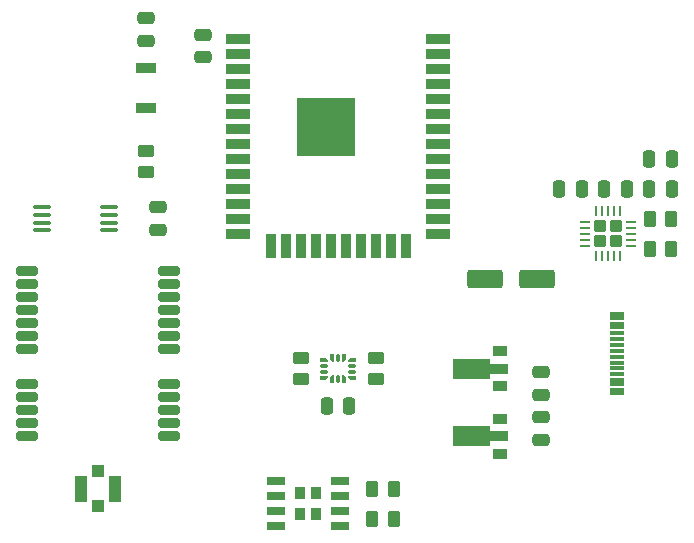
<source format=gbr>
%TF.GenerationSoftware,KiCad,Pcbnew,6.0.4*%
%TF.CreationDate,2022-04-24T20:11:58+02:00*%
%TF.ProjectId,main_pcb,6d61696e-5f70-4636-922e-6b696361645f,rev?*%
%TF.SameCoordinates,Original*%
%TF.FileFunction,Paste,Top*%
%TF.FilePolarity,Positive*%
%FSLAX46Y46*%
G04 Gerber Fmt 4.6, Leading zero omitted, Abs format (unit mm)*
G04 Created by KiCad (PCBNEW 6.0.4) date 2022-04-24 20:11:58*
%MOMM*%
%LPD*%
G01*
G04 APERTURE LIST*
G04 Aperture macros list*
%AMRoundRect*
0 Rectangle with rounded corners*
0 $1 Rounding radius*
0 $2 $3 $4 $5 $6 $7 $8 $9 X,Y pos of 4 corners*
0 Add a 4 corners polygon primitive as box body*
4,1,4,$2,$3,$4,$5,$6,$7,$8,$9,$2,$3,0*
0 Add four circle primitives for the rounded corners*
1,1,$1+$1,$2,$3*
1,1,$1+$1,$4,$5*
1,1,$1+$1,$6,$7*
1,1,$1+$1,$8,$9*
0 Add four rect primitives between the rounded corners*
20,1,$1+$1,$2,$3,$4,$5,0*
20,1,$1+$1,$4,$5,$6,$7,0*
20,1,$1+$1,$6,$7,$8,$9,0*
20,1,$1+$1,$8,$9,$2,$3,0*%
%AMFreePoly0*
4,1,9,3.862500,-0.866500,0.737500,-0.866500,0.737500,-0.450000,-0.737500,-0.450000,-0.737500,0.450000,0.737500,0.450000,0.737500,0.866500,3.862500,0.866500,3.862500,-0.866500,3.862500,-0.866500,$1*%
%AMFreePoly1*
4,1,48,0.036020,0.199191,0.037970,0.199714,0.040958,0.198321,0.057086,0.195477,0.069630,0.184951,0.084467,0.178033,0.290533,-0.028033,0.293203,-0.031847,0.294953,-0.032857,0.296081,-0.035957,0.305473,-0.049370,0.306900,-0.065680,0.312500,-0.081066,0.312500,-0.125000,0.310782,-0.134742,0.311361,-0.138024,0.309695,-0.140910,0.307977,-0.150652,0.295451,-0.165579,0.285709,-0.182453,
0.279350,-0.184767,0.275000,-0.189952,0.255809,-0.193336,0.237500,-0.200000,-0.237500,-0.200000,-0.247242,-0.198282,-0.250524,-0.198861,-0.253410,-0.197195,-0.263152,-0.195477,-0.278079,-0.182951,-0.294953,-0.173209,-0.297267,-0.166850,-0.302452,-0.162500,-0.305836,-0.143309,-0.312500,-0.125000,-0.312500,0.125000,-0.310782,0.134742,-0.311361,0.138024,-0.309695,0.140910,-0.307977,0.150652,
-0.295451,0.165579,-0.285709,0.182453,-0.279350,0.184767,-0.275000,0.189952,-0.255809,0.193336,-0.237500,0.200000,0.031434,0.200000,0.036020,0.199191,0.036020,0.199191,$1*%
%AMFreePoly2*
4,1,48,0.247242,0.198282,0.250524,0.198861,0.253410,0.197195,0.263152,0.195477,0.278079,0.182951,0.294953,0.173209,0.297267,0.166850,0.302452,0.162500,0.305836,0.143309,0.312500,0.125000,0.312500,0.081066,0.311691,0.076480,0.312214,0.074529,0.310820,0.071540,0.307977,0.055414,0.297452,0.042871,0.290533,0.028033,0.084467,-0.178033,0.080653,-0.180703,0.079643,-0.182453,
0.076543,-0.183581,0.063130,-0.192973,0.046819,-0.194400,0.031434,-0.200000,-0.237500,-0.200000,-0.247242,-0.198282,-0.250524,-0.198861,-0.253410,-0.197195,-0.263152,-0.195477,-0.278079,-0.182951,-0.294953,-0.173209,-0.297267,-0.166850,-0.302452,-0.162500,-0.305836,-0.143309,-0.312500,-0.125000,-0.312500,0.125000,-0.310782,0.134742,-0.311361,0.138024,-0.309695,0.140910,-0.307977,0.150652,
-0.295451,0.165579,-0.285709,0.182453,-0.279350,0.184767,-0.275000,0.189952,-0.255809,0.193336,-0.237500,0.200000,0.237500,0.200000,0.247242,0.198282,0.247242,0.198282,$1*%
%AMFreePoly3*
4,1,48,0.134742,0.310782,0.138024,0.311361,0.140910,0.309695,0.150652,0.307977,0.165579,0.295451,0.182453,0.285709,0.184767,0.279350,0.189952,0.275000,0.193336,0.255809,0.200000,0.237500,0.200000,-0.237500,0.198282,-0.247242,0.198861,-0.250524,0.197195,-0.253410,0.195477,-0.263152,0.182951,-0.278079,0.173209,-0.294953,0.166850,-0.297267,0.162500,-0.302452,0.143309,-0.305836,
0.125000,-0.312500,-0.125000,-0.312500,-0.134742,-0.310782,-0.138024,-0.311361,-0.140910,-0.309695,-0.150652,-0.307977,-0.165579,-0.295451,-0.182453,-0.285709,-0.184767,-0.279350,-0.189952,-0.275000,-0.193336,-0.255809,-0.200000,-0.237500,-0.200000,0.031434,-0.199191,0.036020,-0.199714,0.037970,-0.198321,0.040958,-0.195477,0.057086,-0.184951,0.069630,-0.178033,0.084467,0.028033,0.290533,
0.031847,0.293203,0.032857,0.294953,0.035957,0.296081,0.049370,0.305473,0.065680,0.306900,0.081066,0.312500,0.125000,0.312500,0.134742,0.310782,0.134742,0.310782,$1*%
%AMFreePoly4*
4,1,48,-0.076480,0.311691,-0.074530,0.312214,-0.071542,0.310821,-0.055414,0.307977,-0.042870,0.297451,-0.028033,0.290533,0.178033,0.084467,0.180703,0.080653,0.182453,0.079643,0.183581,0.076543,0.192973,0.063130,0.194400,0.046820,0.200000,0.031434,0.200000,-0.237500,0.198282,-0.247242,0.198861,-0.250524,0.197195,-0.253410,0.195477,-0.263152,0.182951,-0.278079,0.173209,-0.294953,
0.166850,-0.297267,0.162500,-0.302452,0.143309,-0.305836,0.125000,-0.312500,-0.125000,-0.312500,-0.134742,-0.310782,-0.138024,-0.311361,-0.140910,-0.309695,-0.150652,-0.307977,-0.165579,-0.295451,-0.182453,-0.285709,-0.184767,-0.279350,-0.189952,-0.275000,-0.193336,-0.255809,-0.200000,-0.237500,-0.200000,0.237500,-0.198282,0.247242,-0.198861,0.250524,-0.197195,0.253410,-0.195477,0.263152,
-0.182951,0.278079,-0.173209,0.294953,-0.166850,0.297267,-0.162500,0.302452,-0.143309,0.305836,-0.125000,0.312500,-0.081066,0.312500,-0.076480,0.311691,-0.076480,0.311691,$1*%
%AMFreePoly5*
4,1,48,0.247242,0.198282,0.250524,0.198861,0.253410,0.197195,0.263152,0.195477,0.278079,0.182951,0.294953,0.173209,0.297267,0.166850,0.302452,0.162500,0.305836,0.143309,0.312500,0.125000,0.312500,-0.125000,0.310782,-0.134742,0.311361,-0.138024,0.309695,-0.140910,0.307977,-0.150652,0.295451,-0.165579,0.285709,-0.182453,0.279350,-0.184767,0.275000,-0.189952,0.255809,-0.193336,
0.237500,-0.200000,-0.031434,-0.200000,-0.036020,-0.199191,-0.037971,-0.199714,-0.040960,-0.198320,-0.057086,-0.195477,-0.069629,-0.184952,-0.084467,-0.178033,-0.290533,0.028033,-0.293203,0.031847,-0.294953,0.032857,-0.296081,0.035957,-0.305473,0.049370,-0.306900,0.065681,-0.312500,0.081066,-0.312500,0.125000,-0.310782,0.134742,-0.311361,0.138024,-0.309695,0.140910,-0.307977,0.150652,
-0.295451,0.165579,-0.285709,0.182453,-0.279350,0.184767,-0.275000,0.189952,-0.255809,0.193336,-0.237500,0.200000,0.237500,0.200000,0.247242,0.198282,0.247242,0.198282,$1*%
%AMFreePoly6*
4,1,48,0.247242,0.198282,0.250524,0.198861,0.253410,0.197195,0.263152,0.195477,0.278079,0.182951,0.294953,0.173209,0.297267,0.166850,0.302452,0.162500,0.305836,0.143309,0.312500,0.125000,0.312500,-0.125000,0.310782,-0.134742,0.311361,-0.138024,0.309695,-0.140910,0.307977,-0.150652,0.295451,-0.165579,0.285709,-0.182453,0.279350,-0.184767,0.275000,-0.189952,0.255809,-0.193336,
0.237500,-0.200000,-0.237500,-0.200000,-0.247242,-0.198282,-0.250524,-0.198861,-0.253410,-0.197195,-0.263152,-0.195477,-0.278079,-0.182951,-0.294953,-0.173209,-0.297267,-0.166850,-0.302452,-0.162500,-0.305836,-0.143309,-0.312500,-0.125000,-0.312500,-0.081066,-0.311691,-0.076480,-0.312214,-0.074530,-0.310821,-0.071542,-0.307977,-0.055414,-0.297451,-0.042870,-0.290533,-0.028033,-0.084467,0.178033,
-0.080653,0.180703,-0.079643,0.182453,-0.076543,0.183581,-0.063130,0.192973,-0.046820,0.194400,-0.031434,0.200000,0.237500,0.200000,0.247242,0.198282,0.247242,0.198282,$1*%
%AMFreePoly7*
4,1,48,0.134742,0.310782,0.138024,0.311361,0.140910,0.309695,0.150652,0.307977,0.165579,0.295451,0.182453,0.285709,0.184767,0.279350,0.189952,0.275000,0.193336,0.255809,0.200000,0.237500,0.200000,-0.031434,0.199191,-0.036020,0.199714,-0.037971,0.198320,-0.040960,0.195477,-0.057086,0.184952,-0.069629,0.178033,-0.084467,-0.028033,-0.290533,-0.031847,-0.293203,-0.032857,-0.294953,
-0.035957,-0.296081,-0.049370,-0.305473,-0.065681,-0.306900,-0.081066,-0.312500,-0.125000,-0.312500,-0.134742,-0.310782,-0.138024,-0.311361,-0.140910,-0.309695,-0.150652,-0.307977,-0.165579,-0.295451,-0.182453,-0.285709,-0.184767,-0.279350,-0.189952,-0.275000,-0.193336,-0.255809,-0.200000,-0.237500,-0.200000,0.237500,-0.198282,0.247242,-0.198861,0.250524,-0.197195,0.253410,-0.195477,0.263152,
-0.182951,0.278079,-0.173209,0.294953,-0.166850,0.297267,-0.162500,0.302452,-0.143309,0.305836,-0.125000,0.312500,0.125000,0.312500,0.134742,0.310782,0.134742,0.310782,$1*%
%AMFreePoly8*
4,1,48,0.134742,0.310782,0.138024,0.311361,0.140910,0.309695,0.150652,0.307977,0.165579,0.295451,0.182453,0.285709,0.184767,0.279350,0.189952,0.275000,0.193336,0.255809,0.200000,0.237500,0.200000,-0.237500,0.198282,-0.247242,0.198861,-0.250524,0.197195,-0.253410,0.195477,-0.263152,0.182951,-0.278079,0.173209,-0.294953,0.166850,-0.297267,0.162500,-0.302452,0.143309,-0.305836,
0.125000,-0.312500,0.081066,-0.312500,0.076480,-0.311691,0.074529,-0.312214,0.071540,-0.310820,0.055414,-0.307977,0.042871,-0.297452,0.028033,-0.290533,-0.178033,-0.084467,-0.180703,-0.080653,-0.182453,-0.079643,-0.183581,-0.076543,-0.192973,-0.063130,-0.194400,-0.046819,-0.200000,-0.031434,-0.200000,0.237500,-0.198282,0.247242,-0.198861,0.250524,-0.197195,0.253410,-0.195477,0.263152,
-0.182951,0.278079,-0.173209,0.294953,-0.166850,0.297267,-0.162500,0.302452,-0.143309,0.305836,-0.125000,0.312500,0.125000,0.312500,0.134742,0.310782,0.134742,0.310782,$1*%
G04 Aperture macros list end*
%ADD10RoundRect,0.250000X0.250000X0.475000X-0.250000X0.475000X-0.250000X-0.475000X0.250000X-0.475000X0*%
%ADD11RoundRect,0.250000X-0.250000X-0.475000X0.250000X-0.475000X0.250000X0.475000X-0.250000X0.475000X0*%
%ADD12R,1.500000X0.650000*%
%ADD13R,0.810000X1.080000*%
%ADD14RoundRect,0.250000X-0.262500X-0.450000X0.262500X-0.450000X0.262500X0.450000X-0.262500X0.450000X0*%
%ADD15RoundRect,0.250000X0.262500X0.450000X-0.262500X0.450000X-0.262500X-0.450000X0.262500X-0.450000X0*%
%ADD16RoundRect,0.250000X0.475000X-0.250000X0.475000X0.250000X-0.475000X0.250000X-0.475000X-0.250000X0*%
%ADD17RoundRect,0.250000X-0.450000X0.262500X-0.450000X-0.262500X0.450000X-0.262500X0.450000X0.262500X0*%
%ADD18R,1.300000X0.900000*%
%ADD19FreePoly0,180.000000*%
%ADD20R,2.000000X0.900000*%
%ADD21R,0.900000X2.000000*%
%ADD22R,5.000000X5.000000*%
%ADD23R,1.700000X0.900000*%
%ADD24RoundRect,0.250000X-0.475000X0.250000X-0.475000X-0.250000X0.475000X-0.250000X0.475000X0.250000X0*%
%ADD25RoundRect,0.250000X-1.250000X-0.550000X1.250000X-0.550000X1.250000X0.550000X-1.250000X0.550000X0*%
%ADD26FreePoly1,0.000000*%
%ADD27RoundRect,0.100000X-0.212500X-0.100000X0.212500X-0.100000X0.212500X0.100000X-0.212500X0.100000X0*%
%ADD28FreePoly2,0.000000*%
%ADD29FreePoly3,0.000000*%
%ADD30RoundRect,0.100000X-0.100000X-0.212500X0.100000X-0.212500X0.100000X0.212500X-0.100000X0.212500X0*%
%ADD31FreePoly4,0.000000*%
%ADD32FreePoly5,0.000000*%
%ADD33FreePoly6,0.000000*%
%ADD34FreePoly7,0.000000*%
%ADD35FreePoly8,0.000000*%
%ADD36RoundRect,0.200000X-0.700000X-0.200000X0.700000X-0.200000X0.700000X0.200000X-0.700000X0.200000X0*%
%ADD37RoundRect,0.100000X-0.637500X-0.100000X0.637500X-0.100000X0.637500X0.100000X-0.637500X0.100000X0*%
%ADD38RoundRect,0.250000X0.275000X-0.275000X0.275000X0.275000X-0.275000X0.275000X-0.275000X-0.275000X0*%
%ADD39RoundRect,0.062500X0.062500X-0.362500X0.062500X0.362500X-0.062500X0.362500X-0.062500X-0.362500X0*%
%ADD40RoundRect,0.062500X0.362500X-0.062500X0.362500X0.062500X-0.362500X0.062500X-0.362500X-0.062500X0*%
%ADD41R,1.150000X0.300000*%
%ADD42R,1.000000X1.000000*%
%ADD43R,1.050000X2.200000*%
G04 APERTURE END LIST*
D10*
%TO.C,C9*%
X171135000Y-86360000D03*
X173035000Y-86360000D03*
%TD*%
D11*
%TO.C,C8*%
X174940000Y-86360000D03*
X176840000Y-86360000D03*
%TD*%
%TO.C,C4*%
X180655000Y-83820000D03*
X178755000Y-83820000D03*
%TD*%
%TO.C,C3*%
X178755000Y-86360000D03*
X180655000Y-86360000D03*
%TD*%
D12*
%TO.C,U2*%
X152560000Y-114935000D03*
X152560000Y-113665000D03*
X152560000Y-112395000D03*
X152560000Y-111125000D03*
X147160000Y-111125000D03*
X147160000Y-112395000D03*
X147160000Y-113665000D03*
X147160000Y-114935000D03*
D13*
X149185000Y-113930000D03*
X149185000Y-112130000D03*
X150535000Y-113930000D03*
X150535000Y-112130000D03*
%TD*%
D14*
%TO.C,R7*%
X157122500Y-114300000D03*
X155297500Y-114300000D03*
%TD*%
D15*
%TO.C,R6*%
X157122500Y-111760000D03*
X155297500Y-111760000D03*
%TD*%
D16*
%TO.C,C11*%
X169545000Y-103820000D03*
X169545000Y-101920000D03*
%TD*%
D17*
%TO.C,R3*%
X136144000Y-83161500D03*
X136144000Y-84986500D03*
%TD*%
D18*
%TO.C,U1*%
X166115000Y-103100000D03*
D19*
X166027500Y-101600000D03*
D18*
X166115000Y-100100000D03*
%TD*%
D20*
%TO.C,ESP32-WROOM-32U1*%
X143900000Y-73660000D03*
X143900000Y-74930000D03*
X143900000Y-76200000D03*
X143900000Y-77470000D03*
X143900000Y-78740000D03*
X143900000Y-80010000D03*
X143900000Y-81280000D03*
X143900000Y-82550000D03*
X143900000Y-83820000D03*
X143900000Y-85090000D03*
X143900000Y-86360000D03*
X143900000Y-87630000D03*
X143900000Y-88900000D03*
X143900000Y-90170000D03*
D21*
X146685000Y-91170000D03*
X147955000Y-91170000D03*
X149225000Y-91170000D03*
X150495000Y-91170000D03*
X151765000Y-91170000D03*
X153035000Y-91170000D03*
X154305000Y-91170000D03*
X155575000Y-91170000D03*
X156845000Y-91170000D03*
X158115000Y-91170000D03*
D20*
X160900000Y-90170000D03*
X160900000Y-88900000D03*
X160900000Y-87630000D03*
X160900000Y-86360000D03*
X160900000Y-85090000D03*
X160900000Y-83820000D03*
X160900000Y-82550000D03*
X160900000Y-81280000D03*
X160900000Y-80010000D03*
X160900000Y-78740000D03*
X160900000Y-77470000D03*
X160900000Y-76200000D03*
X160900000Y-74930000D03*
X160900000Y-73660000D03*
D22*
X151400000Y-81160000D03*
%TD*%
D16*
%TO.C,C5*%
X140970000Y-75245000D03*
X140970000Y-73345000D03*
%TD*%
D23*
%TO.C,SW1*%
X136147000Y-79540000D03*
X136147000Y-76140000D03*
%TD*%
D14*
%TO.C,R2*%
X178792500Y-91440000D03*
X180617500Y-91440000D03*
%TD*%
D24*
%TO.C,C7*%
X137160000Y-87950000D03*
X137160000Y-89850000D03*
%TD*%
D17*
%TO.C,R5*%
X155575000Y-100682500D03*
X155575000Y-102507500D03*
%TD*%
D25*
%TO.C,C2*%
X164805000Y-93980000D03*
X169205000Y-93980000D03*
%TD*%
D26*
%TO.C,U9*%
X151237500Y-100850000D03*
D27*
X151237500Y-101350000D03*
X151237500Y-101850000D03*
D28*
X151237500Y-102350000D03*
D29*
X151900000Y-102512500D03*
D30*
X152400000Y-102512500D03*
D31*
X152900000Y-102512500D03*
D32*
X153562500Y-102350000D03*
D27*
X153562500Y-101850000D03*
X153562500Y-101350000D03*
D33*
X153562500Y-100850000D03*
D34*
X152900000Y-100687500D03*
D30*
X152400000Y-100687500D03*
D35*
X151900000Y-100687500D03*
%TD*%
D18*
%TO.C,U5*%
X166115000Y-108815000D03*
D19*
X166027500Y-107315000D03*
D18*
X166115000Y-105815000D03*
%TD*%
D36*
%TO.C,GPS1*%
X138080000Y-93330000D03*
X138080000Y-94430000D03*
X138080000Y-95530000D03*
X138080000Y-96630000D03*
X138080000Y-97730000D03*
X138080000Y-98830000D03*
X138080000Y-99930000D03*
X138080000Y-102930000D03*
X138080000Y-104030000D03*
X138080000Y-105130000D03*
X138080000Y-106230000D03*
X138080000Y-107330000D03*
X126080000Y-107330000D03*
X126080000Y-106230000D03*
X126080000Y-105130000D03*
X126080000Y-104030000D03*
X126080000Y-102930000D03*
X126080000Y-99930000D03*
X126080000Y-98830000D03*
X126080000Y-97730000D03*
X126080000Y-96630000D03*
X126080000Y-95530000D03*
X126080000Y-94430000D03*
X126080000Y-93330000D03*
%TD*%
D24*
%TO.C,C12*%
X169545000Y-105730000D03*
X169545000Y-107630000D03*
%TD*%
D37*
%TO.C,EEPROM1*%
X127312500Y-87925000D03*
X127312500Y-88575000D03*
X127312500Y-89225000D03*
X127312500Y-89875000D03*
X133037500Y-89875000D03*
X133037500Y-89225000D03*
X133037500Y-88575000D03*
X133037500Y-87925000D03*
%TD*%
D15*
%TO.C,R1*%
X180617500Y-88900000D03*
X178792500Y-88900000D03*
%TD*%
D24*
%TO.C,C6*%
X136144000Y-71948000D03*
X136144000Y-73848000D03*
%TD*%
D17*
%TO.C,R4*%
X149225000Y-100682500D03*
X149225000Y-102507500D03*
%TD*%
D38*
%TO.C,U6*%
X175910000Y-89520000D03*
X174610000Y-90820000D03*
X174610000Y-89520000D03*
X175910000Y-90820000D03*
D39*
X174260000Y-92095000D03*
X174760000Y-92095000D03*
X175260000Y-92095000D03*
X175760000Y-92095000D03*
X176260000Y-92095000D03*
D40*
X177185000Y-91170000D03*
X177185000Y-90670000D03*
X177185000Y-90170000D03*
X177185000Y-89670000D03*
X177185000Y-89170000D03*
D39*
X176260000Y-88245000D03*
X175760000Y-88245000D03*
X175260000Y-88245000D03*
X174760000Y-88245000D03*
X174260000Y-88245000D03*
D40*
X173335000Y-89170000D03*
X173335000Y-89670000D03*
X173335000Y-90170000D03*
X173335000Y-90670000D03*
X173335000Y-91170000D03*
%TD*%
D41*
%TO.C,USB-C*%
X176035000Y-103680000D03*
X176035000Y-102880000D03*
X176035000Y-101580000D03*
X176035000Y-100580000D03*
X176035000Y-100080000D03*
X176035000Y-99080000D03*
X176035000Y-97780000D03*
X176035000Y-96980000D03*
X176035000Y-97280000D03*
X176035000Y-98080000D03*
X176035000Y-98580000D03*
X176035000Y-99580000D03*
X176035000Y-101080000D03*
X176035000Y-102080000D03*
X176035000Y-102580000D03*
X176035000Y-103380000D03*
%TD*%
D11*
%TO.C,C1*%
X151450000Y-104775000D03*
X153350000Y-104775000D03*
%TD*%
D42*
%TO.C,Antenna*%
X132080000Y-113260000D03*
D43*
X133555000Y-111760000D03*
X130605000Y-111760000D03*
D42*
X132080000Y-110260000D03*
%TD*%
M02*

</source>
